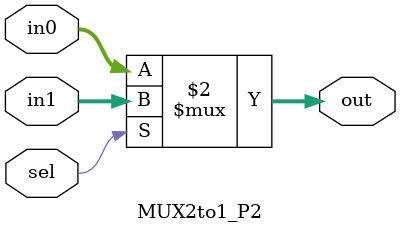
<source format=v>
module MUX2to1_P2
    #(parameter Width = 32)
(
    input  [Width-1:0] in0, in1,
    input              sel,
    output [Width-1:0] out
);
    assign out = (sel == 1'b0) ? in0 : in1;
endmodule
</source>
